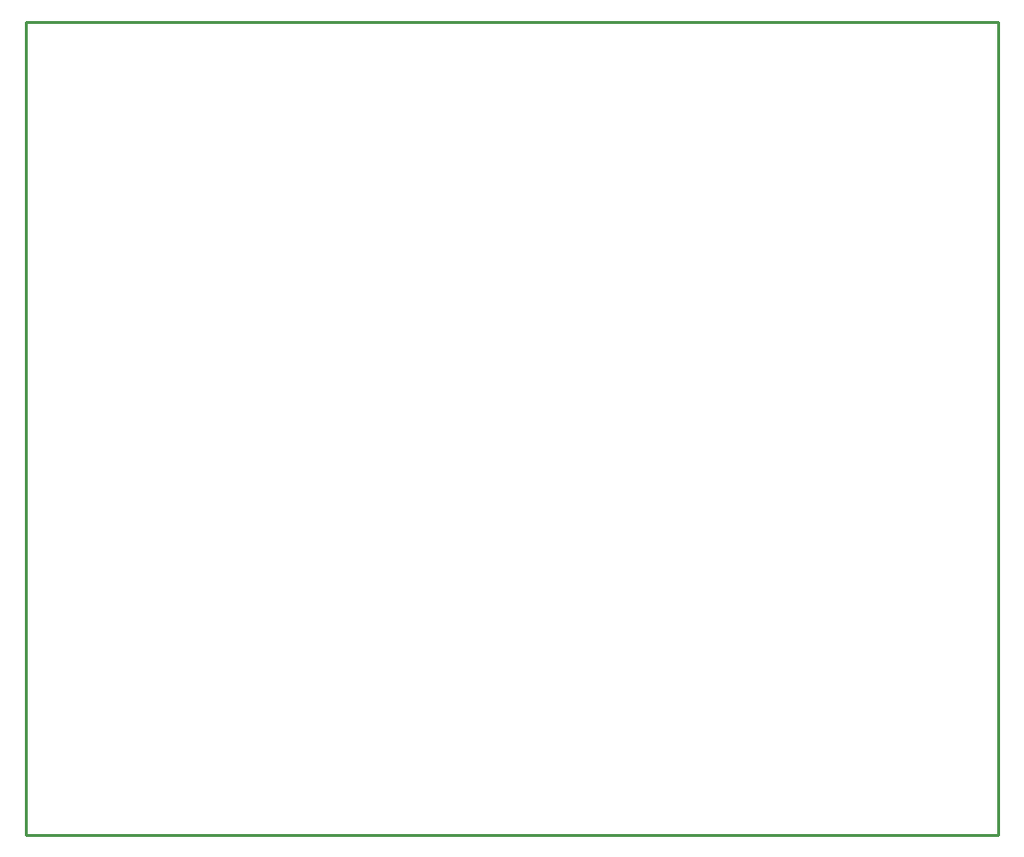
<source format=gko>
G04 Layer: BoardOutline*
G04 EasyEDA v6.4.19.5, 2021-06-18T19:10:14+05:00*
G04 1d45b033f9cb4702a4eeca8037af4c70,30c14f198de7496ba1d595c7c1278fea,10*
G04 Gerber Generator version 0.2*
G04 Scale: 100 percent, Rotated: No, Reflected: No *
G04 Dimensions in millimeters *
G04 leading zeros omitted , absolute positions ,4 integer and 5 decimal *
%FSLAX45Y45*%
%MOMM*%

%ADD10C,0.2540*%
D10*
X-279999Y-59999D02*
G01*
X8320001Y-59999D01*
X8320001Y-7260000D01*
X-279999Y-7260000D01*
X-279999Y-59999D01*

%LPD*%
M02*

</source>
